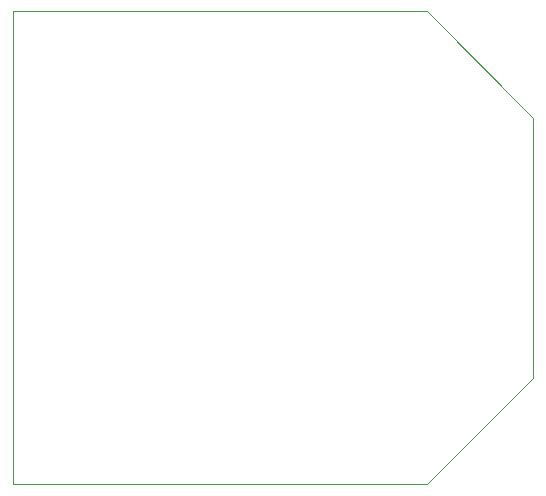
<source format=gm1>
G04 #@! TF.GenerationSoftware,KiCad,Pcbnew,5.1.10*
G04 #@! TF.CreationDate,2021-12-20T19:27:34-06:00*
G04 #@! TF.ProjectId,notawatch,6e6f7461-7761-4746-9368-2e6b69636164,rev?*
G04 #@! TF.SameCoordinates,Original*
G04 #@! TF.FileFunction,Profile,NP*
%FSLAX46Y46*%
G04 Gerber Fmt 4.6, Leading zero omitted, Abs format (unit mm)*
G04 Created by KiCad (PCBNEW 5.1.10) date 2021-12-20 19:27:34*
%MOMM*%
%LPD*%
G01*
G04 APERTURE LIST*
G04 #@! TA.AperFunction,Profile*
%ADD10C,0.050000*%
G04 #@! TD*
G04 APERTURE END LIST*
D10*
X174000000Y-92000000D02*
X174000000Y-114000000D01*
X165000000Y-83000000D02*
X174000000Y-92000000D01*
X165000000Y-123000000D02*
X174000000Y-114000000D01*
X130000000Y-83000000D02*
X130000000Y-84000000D01*
X165000000Y-83000000D02*
X130000000Y-83000000D01*
X130000000Y-123000000D02*
X165000000Y-123000000D01*
X130000000Y-84000000D02*
X130000000Y-123000000D01*
M02*

</source>
